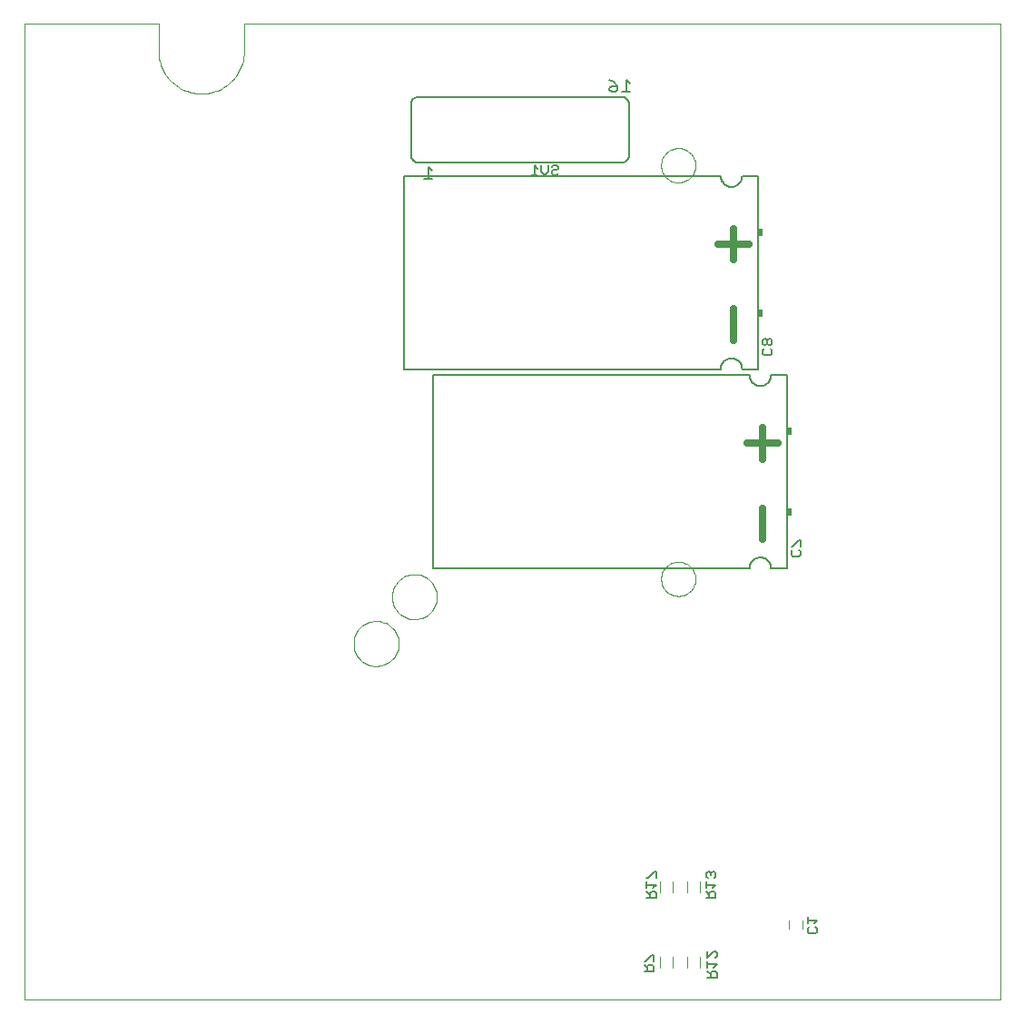
<source format=gbo>
G75*
G70*
%OFA0B0*%
%FSLAX24Y24*%
%IPPOS*%
%LPD*%
%AMOC8*
5,1,8,0,0,1.08239X$1,22.5*
%
%ADD10C,0.0000*%
%ADD11C,0.0050*%
%ADD12R,0.0138X0.0315*%
%ADD13C,0.0280*%
%ADD14C,0.0060*%
%ADD15C,0.0031*%
D10*
X001930Y001930D02*
X001930Y037757D01*
X006851Y037757D01*
X006851Y036772D01*
X006853Y036695D01*
X006859Y036618D01*
X006868Y036541D01*
X006881Y036465D01*
X006898Y036389D01*
X006919Y036315D01*
X006943Y036241D01*
X006971Y036169D01*
X007002Y036099D01*
X007037Y036030D01*
X007075Y035962D01*
X007116Y035897D01*
X007161Y035834D01*
X007209Y035773D01*
X007259Y035714D01*
X007312Y035658D01*
X007368Y035605D01*
X007427Y035555D01*
X007488Y035507D01*
X007551Y035462D01*
X007616Y035421D01*
X007684Y035383D01*
X007753Y035348D01*
X007823Y035317D01*
X007895Y035289D01*
X007969Y035265D01*
X008043Y035244D01*
X008119Y035227D01*
X008195Y035214D01*
X008272Y035205D01*
X008349Y035199D01*
X008426Y035197D01*
X008503Y035199D01*
X008580Y035205D01*
X008657Y035214D01*
X008733Y035227D01*
X008809Y035244D01*
X008883Y035265D01*
X008957Y035289D01*
X009029Y035317D01*
X009099Y035348D01*
X009168Y035383D01*
X009236Y035421D01*
X009301Y035462D01*
X009364Y035507D01*
X009425Y035555D01*
X009484Y035605D01*
X009540Y035658D01*
X009593Y035714D01*
X009643Y035773D01*
X009691Y035834D01*
X009736Y035897D01*
X009777Y035962D01*
X009815Y036030D01*
X009850Y036099D01*
X009881Y036169D01*
X009909Y036241D01*
X009933Y036315D01*
X009954Y036389D01*
X009971Y036465D01*
X009984Y036541D01*
X009993Y036618D01*
X009999Y036695D01*
X010001Y036772D01*
X010001Y037757D01*
X037757Y037757D01*
X037757Y001930D01*
X001930Y001930D01*
X014018Y015002D02*
X014021Y015077D01*
X014032Y015152D01*
X014049Y015225D01*
X014072Y015297D01*
X014102Y015366D01*
X014138Y015432D01*
X014180Y015494D01*
X014228Y015553D01*
X014281Y015606D01*
X014338Y015655D01*
X014399Y015699D01*
X014465Y015736D01*
X014533Y015768D01*
X014604Y015793D01*
X014677Y015812D01*
X014751Y015824D01*
X014826Y015829D01*
X014901Y015827D01*
X014976Y015819D01*
X015050Y015803D01*
X015122Y015781D01*
X015192Y015753D01*
X015258Y015718D01*
X015322Y015678D01*
X015381Y015631D01*
X015436Y015580D01*
X015487Y015524D01*
X015531Y015463D01*
X015570Y015399D01*
X015604Y015331D01*
X015630Y015261D01*
X015651Y015189D01*
X015664Y015115D01*
X015671Y015040D01*
X015671Y014964D01*
X015664Y014889D01*
X015651Y014815D01*
X015630Y014743D01*
X015604Y014673D01*
X015570Y014605D01*
X015531Y014541D01*
X015487Y014480D01*
X015436Y014424D01*
X015381Y014373D01*
X015322Y014326D01*
X015259Y014286D01*
X015192Y014251D01*
X015122Y014223D01*
X015050Y014201D01*
X014976Y014185D01*
X014901Y014177D01*
X014826Y014175D01*
X014751Y014180D01*
X014677Y014192D01*
X014604Y014211D01*
X014533Y014236D01*
X014465Y014268D01*
X014399Y014305D01*
X014338Y014349D01*
X014281Y014398D01*
X014228Y014451D01*
X014180Y014510D01*
X014138Y014572D01*
X014102Y014638D01*
X014072Y014707D01*
X014049Y014779D01*
X014032Y014852D01*
X014021Y014927D01*
X014018Y015002D01*
X015425Y016720D02*
X015428Y016795D01*
X015439Y016870D01*
X015456Y016943D01*
X015479Y017015D01*
X015509Y017084D01*
X015545Y017150D01*
X015587Y017212D01*
X015635Y017271D01*
X015688Y017324D01*
X015745Y017373D01*
X015806Y017417D01*
X015872Y017454D01*
X015940Y017486D01*
X016011Y017511D01*
X016084Y017530D01*
X016158Y017542D01*
X016233Y017547D01*
X016308Y017545D01*
X016383Y017537D01*
X016457Y017521D01*
X016529Y017499D01*
X016599Y017471D01*
X016665Y017436D01*
X016729Y017396D01*
X016788Y017349D01*
X016843Y017298D01*
X016894Y017242D01*
X016938Y017181D01*
X016977Y017117D01*
X017011Y017049D01*
X017037Y016979D01*
X017058Y016907D01*
X017071Y016833D01*
X017078Y016758D01*
X017078Y016682D01*
X017071Y016607D01*
X017058Y016533D01*
X017037Y016461D01*
X017011Y016391D01*
X016977Y016323D01*
X016938Y016259D01*
X016894Y016198D01*
X016843Y016142D01*
X016788Y016091D01*
X016729Y016044D01*
X016666Y016004D01*
X016599Y015969D01*
X016529Y015941D01*
X016457Y015919D01*
X016383Y015903D01*
X016308Y015895D01*
X016233Y015893D01*
X016158Y015898D01*
X016084Y015910D01*
X016011Y015929D01*
X015940Y015954D01*
X015872Y015986D01*
X015806Y016023D01*
X015745Y016067D01*
X015688Y016116D01*
X015635Y016169D01*
X015587Y016228D01*
X015545Y016290D01*
X015509Y016356D01*
X015479Y016425D01*
X015456Y016497D01*
X015439Y016570D01*
X015428Y016645D01*
X015425Y016720D01*
X025309Y017377D02*
X025312Y017434D01*
X025319Y017491D01*
X025332Y017547D01*
X025350Y017601D01*
X025373Y017654D01*
X025401Y017704D01*
X025433Y017752D01*
X025469Y017796D01*
X025509Y017837D01*
X025553Y017875D01*
X025599Y017908D01*
X025649Y017936D01*
X025701Y017960D01*
X025755Y017980D01*
X025811Y017994D01*
X025867Y018003D01*
X025925Y018007D01*
X025982Y018006D01*
X026039Y017999D01*
X026095Y017987D01*
X026150Y017971D01*
X026203Y017949D01*
X026254Y017923D01*
X026302Y017892D01*
X026348Y017857D01*
X026390Y017817D01*
X026428Y017775D01*
X026462Y017728D01*
X026492Y017679D01*
X026517Y017628D01*
X026537Y017574D01*
X026553Y017519D01*
X026563Y017463D01*
X026568Y017406D01*
X026568Y017348D01*
X026563Y017291D01*
X026553Y017235D01*
X026537Y017180D01*
X026517Y017126D01*
X026492Y017075D01*
X026462Y017026D01*
X026428Y016979D01*
X026390Y016937D01*
X026348Y016897D01*
X026302Y016862D01*
X026254Y016831D01*
X026203Y016805D01*
X026150Y016783D01*
X026095Y016767D01*
X026039Y016755D01*
X025982Y016748D01*
X025925Y016747D01*
X025867Y016751D01*
X025811Y016760D01*
X025755Y016774D01*
X025701Y016794D01*
X025649Y016818D01*
X025599Y016846D01*
X025553Y016879D01*
X025509Y016917D01*
X025469Y016958D01*
X025433Y017002D01*
X025401Y017050D01*
X025373Y017100D01*
X025350Y017153D01*
X025332Y017207D01*
X025319Y017263D01*
X025312Y017320D01*
X025309Y017377D01*
X025309Y032564D02*
X025312Y032621D01*
X025319Y032678D01*
X025332Y032734D01*
X025350Y032788D01*
X025373Y032841D01*
X025401Y032891D01*
X025433Y032939D01*
X025469Y032983D01*
X025509Y033024D01*
X025553Y033062D01*
X025599Y033095D01*
X025649Y033123D01*
X025701Y033147D01*
X025755Y033167D01*
X025811Y033181D01*
X025867Y033190D01*
X025925Y033194D01*
X025982Y033193D01*
X026039Y033186D01*
X026095Y033174D01*
X026150Y033158D01*
X026203Y033136D01*
X026254Y033110D01*
X026302Y033079D01*
X026348Y033044D01*
X026390Y033004D01*
X026428Y032962D01*
X026462Y032915D01*
X026492Y032866D01*
X026517Y032815D01*
X026537Y032761D01*
X026553Y032706D01*
X026563Y032650D01*
X026568Y032593D01*
X026568Y032535D01*
X026563Y032478D01*
X026553Y032422D01*
X026537Y032367D01*
X026517Y032313D01*
X026492Y032262D01*
X026462Y032213D01*
X026428Y032166D01*
X026390Y032124D01*
X026348Y032084D01*
X026302Y032049D01*
X026254Y032018D01*
X026203Y031992D01*
X026150Y031970D01*
X026095Y031954D01*
X026039Y031942D01*
X025982Y031935D01*
X025925Y031934D01*
X025867Y031938D01*
X025811Y031947D01*
X025755Y031961D01*
X025701Y031981D01*
X025649Y032005D01*
X025599Y032033D01*
X025553Y032066D01*
X025509Y032104D01*
X025469Y032145D01*
X025433Y032189D01*
X025401Y032237D01*
X025373Y032287D01*
X025350Y032340D01*
X025332Y032394D01*
X025319Y032450D01*
X025312Y032507D01*
X025309Y032564D01*
D11*
X027497Y032170D02*
X015883Y032170D01*
X015883Y025083D01*
X027497Y025083D01*
X027499Y025122D01*
X027505Y025160D01*
X027514Y025197D01*
X027527Y025234D01*
X027544Y025269D01*
X027563Y025302D01*
X027586Y025333D01*
X027612Y025362D01*
X027641Y025388D01*
X027672Y025411D01*
X027705Y025430D01*
X027740Y025447D01*
X027777Y025460D01*
X027814Y025469D01*
X027852Y025475D01*
X027891Y025477D01*
X027930Y025475D01*
X027968Y025469D01*
X028005Y025460D01*
X028042Y025447D01*
X028077Y025430D01*
X028110Y025411D01*
X028141Y025388D01*
X028170Y025362D01*
X028196Y025333D01*
X028219Y025302D01*
X028238Y025269D01*
X028255Y025234D01*
X028268Y025197D01*
X028277Y025160D01*
X028283Y025122D01*
X028285Y025083D01*
X028875Y025083D01*
X028875Y032170D01*
X028285Y032170D01*
X028283Y032131D01*
X028277Y032093D01*
X028268Y032056D01*
X028255Y032019D01*
X028238Y031984D01*
X028219Y031951D01*
X028196Y031920D01*
X028170Y031891D01*
X028141Y031865D01*
X028110Y031842D01*
X028077Y031823D01*
X028042Y031806D01*
X028005Y031793D01*
X027968Y031784D01*
X027930Y031778D01*
X027891Y031776D01*
X027852Y031778D01*
X027814Y031784D01*
X027777Y031793D01*
X027740Y031806D01*
X027705Y031823D01*
X027672Y031842D01*
X027641Y031865D01*
X027612Y031891D01*
X027586Y031920D01*
X027563Y031951D01*
X027544Y031984D01*
X027527Y032019D01*
X027514Y032056D01*
X027505Y032093D01*
X027499Y032131D01*
X027497Y032170D01*
X024172Y035252D02*
X023872Y035252D01*
X024022Y035252D02*
X024022Y035702D01*
X024172Y035552D01*
X023712Y035477D02*
X023487Y035477D01*
X023412Y035402D01*
X023412Y035327D01*
X023487Y035252D01*
X023637Y035252D01*
X023712Y035327D01*
X023712Y035477D01*
X023562Y035627D01*
X023412Y035702D01*
X021461Y032564D02*
X021344Y032564D01*
X021286Y032506D01*
X021344Y032389D02*
X021286Y032331D01*
X021286Y032272D01*
X021344Y032214D01*
X021461Y032214D01*
X021519Y032272D01*
X021461Y032389D02*
X021344Y032389D01*
X021461Y032389D02*
X021519Y032448D01*
X021519Y032506D01*
X021461Y032564D01*
X021151Y032564D02*
X021151Y032331D01*
X021034Y032214D01*
X020917Y032331D01*
X020917Y032564D01*
X020782Y032448D02*
X020666Y032564D01*
X020666Y032214D01*
X020782Y032214D02*
X020549Y032214D01*
X016912Y032352D02*
X016762Y032502D01*
X016762Y032052D01*
X016912Y032052D02*
X016612Y032052D01*
X016945Y024857D02*
X016945Y017771D01*
X028560Y017771D01*
X028559Y017771D02*
X028561Y017810D01*
X028567Y017848D01*
X028576Y017885D01*
X028589Y017922D01*
X028606Y017957D01*
X028625Y017990D01*
X028648Y018021D01*
X028674Y018050D01*
X028703Y018076D01*
X028734Y018099D01*
X028767Y018118D01*
X028802Y018135D01*
X028839Y018148D01*
X028876Y018157D01*
X028914Y018163D01*
X028953Y018165D01*
X028992Y018163D01*
X029030Y018157D01*
X029067Y018148D01*
X029104Y018135D01*
X029139Y018118D01*
X029172Y018099D01*
X029203Y018076D01*
X029232Y018050D01*
X029258Y018021D01*
X029281Y017990D01*
X029300Y017957D01*
X029317Y017922D01*
X029330Y017885D01*
X029339Y017848D01*
X029345Y017810D01*
X029347Y017771D01*
X029938Y017771D01*
X029938Y024857D01*
X029347Y024857D01*
X029345Y024818D01*
X029339Y024780D01*
X029330Y024743D01*
X029317Y024706D01*
X029300Y024671D01*
X029281Y024638D01*
X029258Y024607D01*
X029232Y024578D01*
X029203Y024552D01*
X029172Y024529D01*
X029139Y024510D01*
X029104Y024493D01*
X029067Y024480D01*
X029030Y024471D01*
X028992Y024465D01*
X028953Y024463D01*
X028914Y024465D01*
X028876Y024471D01*
X028839Y024480D01*
X028802Y024493D01*
X028767Y024510D01*
X028734Y024529D01*
X028703Y024552D01*
X028674Y024578D01*
X028648Y024607D01*
X028625Y024638D01*
X028606Y024671D01*
X028589Y024706D01*
X028576Y024743D01*
X028567Y024780D01*
X028561Y024818D01*
X028559Y024857D01*
X028560Y024857D02*
X016945Y024857D01*
X029027Y025647D02*
X029027Y025764D01*
X029085Y025822D01*
X029085Y025957D02*
X029143Y025957D01*
X029202Y026016D01*
X029202Y026132D01*
X029143Y026191D01*
X029085Y026191D01*
X029027Y026132D01*
X029027Y026016D01*
X029085Y025957D01*
X029202Y026016D02*
X029260Y025957D01*
X029319Y025957D01*
X029377Y026016D01*
X029377Y026132D01*
X029319Y026191D01*
X029260Y026191D01*
X029202Y026132D01*
X029319Y025822D02*
X029377Y025764D01*
X029377Y025647D01*
X029319Y025589D01*
X029085Y025589D01*
X029027Y025647D01*
X030381Y018816D02*
X030147Y018582D01*
X030089Y018582D01*
X030147Y018448D02*
X030089Y018389D01*
X030089Y018272D01*
X030147Y018214D01*
X030381Y018214D01*
X030439Y018272D01*
X030439Y018389D01*
X030381Y018448D01*
X030439Y018582D02*
X030439Y018816D01*
X030381Y018816D01*
X027256Y006622D02*
X027198Y006622D01*
X027139Y006563D01*
X027081Y006622D01*
X027022Y006622D01*
X026964Y006563D01*
X026964Y006447D01*
X027022Y006388D01*
X026964Y006253D02*
X026964Y006020D01*
X026964Y006137D02*
X027314Y006137D01*
X027198Y006020D01*
X027256Y005885D02*
X027139Y005885D01*
X027081Y005827D01*
X027081Y005652D01*
X027081Y005768D02*
X026964Y005885D01*
X026964Y005652D02*
X027314Y005652D01*
X027314Y005827D01*
X027256Y005885D01*
X027256Y006388D02*
X027314Y006447D01*
X027314Y006563D01*
X027256Y006622D01*
X027139Y006563D02*
X027139Y006505D01*
X025127Y006622D02*
X025069Y006622D01*
X024835Y006388D01*
X024777Y006388D01*
X024777Y006253D02*
X024777Y006020D01*
X024777Y006137D02*
X025127Y006137D01*
X025010Y006020D01*
X024952Y005885D02*
X024893Y005827D01*
X024893Y005652D01*
X024893Y005768D02*
X024777Y005885D01*
X024952Y005885D02*
X025069Y005885D01*
X025127Y005827D01*
X025127Y005652D01*
X024777Y005652D01*
X025127Y006388D02*
X025127Y006622D01*
X025039Y003579D02*
X024981Y003579D01*
X024747Y003346D01*
X024689Y003346D01*
X024689Y003211D02*
X024806Y003094D01*
X024806Y003153D02*
X024806Y002978D01*
X024689Y002978D02*
X025039Y002978D01*
X025039Y003153D01*
X024981Y003211D01*
X024864Y003211D01*
X024806Y003153D01*
X025039Y003346D02*
X025039Y003579D01*
X027002Y003471D02*
X027235Y003704D01*
X027294Y003704D01*
X027352Y003646D01*
X027352Y003529D01*
X027294Y003471D01*
X027352Y003219D02*
X027002Y003219D01*
X027002Y003102D02*
X027002Y003336D01*
X027002Y003471D02*
X027002Y003704D01*
X027352Y003219D02*
X027235Y003102D01*
X027177Y002968D02*
X027118Y002909D01*
X027118Y002734D01*
X027002Y002734D02*
X027352Y002734D01*
X027352Y002909D01*
X027294Y002968D01*
X027177Y002968D01*
X027118Y002851D02*
X027002Y002968D01*
X030689Y004411D02*
X030747Y004353D01*
X030981Y004353D01*
X031039Y004411D01*
X031039Y004528D01*
X030981Y004586D01*
X030923Y004721D02*
X031039Y004838D01*
X030689Y004838D01*
X030689Y004954D02*
X030689Y004721D01*
X030747Y004586D02*
X030689Y004528D01*
X030689Y004411D01*
D12*
X030026Y019838D03*
X030026Y022790D03*
X028964Y027150D03*
X028964Y030103D03*
D13*
X028548Y029664D02*
X027401Y029664D01*
X027974Y029090D02*
X027974Y030238D01*
X027974Y027285D02*
X027974Y026138D01*
X029037Y022926D02*
X029037Y021778D01*
X029611Y022352D02*
X028463Y022352D01*
X029037Y019973D02*
X029037Y018825D01*
D14*
X023877Y032677D02*
X016377Y032677D01*
X016347Y032679D01*
X016317Y032684D01*
X016288Y032693D01*
X016261Y032706D01*
X016235Y032721D01*
X016211Y032740D01*
X016190Y032761D01*
X016171Y032785D01*
X016156Y032811D01*
X016143Y032838D01*
X016134Y032867D01*
X016129Y032897D01*
X016127Y032927D01*
X016127Y034827D01*
X016129Y034857D01*
X016134Y034887D01*
X016143Y034916D01*
X016156Y034943D01*
X016171Y034969D01*
X016190Y034993D01*
X016211Y035014D01*
X016235Y035033D01*
X016261Y035048D01*
X016288Y035061D01*
X016317Y035070D01*
X016347Y035075D01*
X016377Y035077D01*
X023877Y035077D01*
X023907Y035075D01*
X023937Y035070D01*
X023966Y035061D01*
X023993Y035048D01*
X024019Y035033D01*
X024043Y035014D01*
X024064Y034993D01*
X024083Y034969D01*
X024098Y034943D01*
X024111Y034916D01*
X024120Y034887D01*
X024125Y034857D01*
X024127Y034827D01*
X024127Y032927D01*
X024125Y032897D01*
X024120Y032867D01*
X024111Y032838D01*
X024098Y032811D01*
X024083Y032785D01*
X024064Y032761D01*
X024043Y032740D01*
X024019Y032721D01*
X023993Y032706D01*
X023966Y032693D01*
X023937Y032684D01*
X023907Y032679D01*
X023877Y032677D01*
D15*
X025265Y006261D02*
X025265Y005867D01*
X025738Y005867D02*
X025738Y006261D01*
X026265Y006261D02*
X026265Y005867D01*
X026738Y005867D02*
X026738Y006261D01*
X026738Y003511D02*
X026738Y003117D01*
X026265Y003117D02*
X026265Y003511D01*
X025738Y003511D02*
X025738Y003117D01*
X025265Y003117D02*
X025265Y003511D01*
X030015Y004532D02*
X030015Y004847D01*
X030488Y004847D02*
X030488Y004532D01*
M02*

</source>
